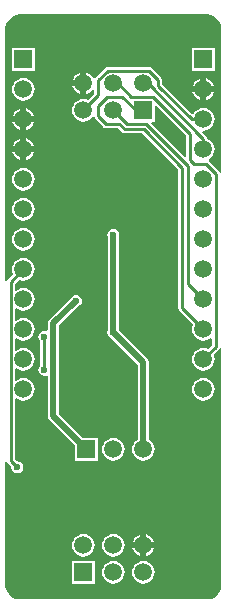
<source format=gbl>
G04 Layer_Physical_Order=2*
G04 Layer_Color=16711680*
%FSLAX44Y44*%
%MOMM*%
G71*
G01*
G75*
%ADD14C,0.5080*%
%ADD15C,0.2540*%
%ADD16R,1.5000X1.5000*%
%ADD17C,1.5000*%
%ADD18R,1.5000X1.5000*%
%ADD19C,0.6000*%
G36*
X173884Y494812D02*
X176196Y493855D01*
X178276Y492465D01*
X180045Y490696D01*
X181435Y488616D01*
X182392Y486304D01*
X182880Y483851D01*
Y482600D01*
X182880Y361198D01*
X181610Y361073D01*
X181552Y361363D01*
X180823Y362455D01*
X172597Y370681D01*
X171968Y371101D01*
X172032Y372502D01*
X172447Y372674D01*
X174438Y374202D01*
X175966Y376193D01*
X176927Y378512D01*
X177254Y381000D01*
X176927Y383488D01*
X175966Y385807D01*
X174438Y387798D01*
X172447Y389326D01*
X171000Y389926D01*
X170750Y391178D01*
X170021Y392271D01*
X166579Y395713D01*
X167141Y396852D01*
X167640Y396786D01*
X170128Y397113D01*
X172447Y398074D01*
X174438Y399602D01*
X175966Y401593D01*
X176927Y403912D01*
X177254Y406400D01*
X176927Y408888D01*
X175966Y411207D01*
X174438Y413198D01*
X172447Y414726D01*
X170128Y415687D01*
X167640Y416014D01*
X165152Y415687D01*
X162833Y414726D01*
X160842Y413198D01*
X159328Y411225D01*
X159156Y411016D01*
X157878Y410879D01*
X132965Y435792D01*
Y439398D01*
X132708Y440687D01*
X131979Y441779D01*
X123695Y450063D01*
X122603Y450792D01*
X121314Y451049D01*
X86966D01*
X85677Y450792D01*
X84585Y450063D01*
X76359Y441837D01*
X75939Y441208D01*
X74538Y441272D01*
X74366Y441687D01*
X72838Y443678D01*
X70847Y445206D01*
X68580Y446145D01*
Y436880D01*
Y427615D01*
X70847Y428554D01*
X72838Y430082D01*
X74103Y431730D01*
X75373Y431299D01*
Y428115D01*
X69969Y422710D01*
X68528Y423307D01*
X66040Y423634D01*
X63552Y423307D01*
X61233Y422346D01*
X59242Y420818D01*
X57714Y418827D01*
X56753Y416508D01*
X56426Y414020D01*
X56753Y411532D01*
X57714Y409213D01*
X59242Y407222D01*
X61233Y405694D01*
X63552Y404733D01*
X66040Y404406D01*
X68528Y404733D01*
X70847Y405694D01*
X72838Y407222D01*
X74122Y408895D01*
X74450Y408907D01*
X75344Y408675D01*
X75436Y408624D01*
X75630Y407652D01*
X76359Y406559D01*
X82709Y400209D01*
X83802Y399480D01*
X85090Y399223D01*
X95010D01*
X98596Y395637D01*
X99688Y394908D01*
X100976Y394651D01*
X115976D01*
X146493Y364134D01*
Y246380D01*
X146750Y245092D01*
X147479Y243999D01*
X158950Y232529D01*
X158353Y231088D01*
X158026Y228600D01*
X158353Y226112D01*
X159314Y223793D01*
X160842Y221802D01*
X162833Y220274D01*
X165152Y219313D01*
X167640Y218986D01*
X170128Y219313D01*
X172447Y220274D01*
X173805Y221316D01*
X175075Y220690D01*
Y215396D01*
X171569Y211890D01*
X170128Y212487D01*
X167640Y212814D01*
X165152Y212487D01*
X162833Y211526D01*
X160842Y209998D01*
X159314Y208007D01*
X158353Y205688D01*
X158026Y203200D01*
X158353Y200712D01*
X159314Y198393D01*
X160842Y196402D01*
X162833Y194874D01*
X165152Y193913D01*
X167640Y193586D01*
X170128Y193913D01*
X172447Y194874D01*
X174438Y196402D01*
X175966Y198393D01*
X176927Y200712D01*
X177254Y203200D01*
X176927Y205688D01*
X176330Y207129D01*
X180823Y211621D01*
X181552Y212714D01*
X181610Y213003D01*
X182880Y212878D01*
X182880Y12700D01*
X182880Y11449D01*
X182392Y8996D01*
X181435Y6684D01*
X180045Y4604D01*
X178276Y2835D01*
X176196Y1445D01*
X173884Y488D01*
X171431Y-0D01*
X170180Y0D01*
X12700D01*
X11449Y-0D01*
X8996Y488D01*
X6684Y1445D01*
X4604Y2835D01*
X2835Y4604D01*
X1445Y6684D01*
X488Y8996D01*
X-0Y11449D01*
X0Y12700D01*
Y116358D01*
X1270Y116483D01*
X1328Y116194D01*
X2057Y115101D01*
X5091Y112068D01*
X5029Y111760D01*
X5420Y109797D01*
X6532Y108132D01*
X8197Y107020D01*
X10160Y106629D01*
X12123Y107020D01*
X13788Y108132D01*
X14900Y109797D01*
X15291Y111760D01*
X14900Y113723D01*
X13788Y115388D01*
X12123Y116500D01*
X10160Y116891D01*
X9852Y116829D01*
X7805Y118876D01*
Y169890D01*
X9075Y170516D01*
X10433Y169474D01*
X12752Y168513D01*
X15240Y168186D01*
X17728Y168513D01*
X20047Y169474D01*
X22038Y171002D01*
X23566Y172993D01*
X24527Y175312D01*
X24854Y177800D01*
X24527Y180288D01*
X23566Y182607D01*
X22038Y184598D01*
X20047Y186126D01*
X17728Y187087D01*
X15240Y187414D01*
X12752Y187087D01*
X10433Y186126D01*
X9075Y185084D01*
X7805Y185710D01*
Y195290D01*
X9075Y195916D01*
X10433Y194874D01*
X12752Y193913D01*
X15240Y193586D01*
X17728Y193913D01*
X20047Y194874D01*
X22038Y196402D01*
X23566Y198393D01*
X24527Y200712D01*
X24854Y203200D01*
X24527Y205688D01*
X23566Y208007D01*
X22038Y209998D01*
X20047Y211526D01*
X17728Y212487D01*
X15240Y212814D01*
X12752Y212487D01*
X10433Y211526D01*
X9075Y210484D01*
X7805Y211110D01*
Y220690D01*
X9075Y221316D01*
X10433Y220274D01*
X12752Y219313D01*
X15240Y218986D01*
X17728Y219313D01*
X20047Y220274D01*
X22038Y221802D01*
X23566Y223793D01*
X24527Y226112D01*
X24854Y228600D01*
X24527Y231088D01*
X23566Y233407D01*
X22038Y235398D01*
X20047Y236926D01*
X17728Y237887D01*
X15240Y238214D01*
X12752Y237887D01*
X10433Y236926D01*
X9075Y235884D01*
X7805Y236510D01*
Y246090D01*
X9075Y246716D01*
X10433Y245674D01*
X12752Y244713D01*
X15240Y244386D01*
X17728Y244713D01*
X20047Y245674D01*
X22038Y247202D01*
X23566Y249193D01*
X24527Y251512D01*
X24854Y254000D01*
X24527Y256488D01*
X23566Y258807D01*
X22038Y260798D01*
X20047Y262326D01*
X17728Y263287D01*
X15240Y263614D01*
X12752Y263287D01*
X10433Y262326D01*
X9075Y261284D01*
X7805Y261910D01*
Y267204D01*
X11311Y270710D01*
X12752Y270113D01*
X15240Y269786D01*
X17728Y270113D01*
X20047Y271074D01*
X22038Y272602D01*
X23566Y274593D01*
X24527Y276912D01*
X24854Y279400D01*
X24527Y281888D01*
X23566Y284207D01*
X22038Y286198D01*
X20047Y287726D01*
X17728Y288687D01*
X15240Y289014D01*
X12752Y288687D01*
X10433Y287726D01*
X8442Y286198D01*
X6914Y284207D01*
X5953Y281888D01*
X5626Y279400D01*
X5953Y276912D01*
X6550Y275471D01*
X2057Y270979D01*
X1328Y269886D01*
X1270Y269597D01*
X0Y269722D01*
Y482600D01*
Y483851D01*
X488Y486304D01*
X1445Y488616D01*
X2835Y490696D01*
X4604Y492465D01*
X6684Y493855D01*
X8996Y494812D01*
X11449Y495300D01*
X171431D01*
X173884Y494812D01*
D02*
G37*
G36*
X152843Y392925D02*
Y375432D01*
X151670Y374945D01*
X123301Y403315D01*
X123787Y404488D01*
X126372D01*
Y417737D01*
X127545Y418223D01*
X152843Y392925D01*
D02*
G37*
%LPC*%
G36*
X167640Y187414D02*
X165152Y187087D01*
X162833Y186126D01*
X160842Y184598D01*
X159314Y182607D01*
X158353Y180288D01*
X158026Y177800D01*
X158353Y175312D01*
X159314Y172993D01*
X160842Y171002D01*
X162833Y169474D01*
X165152Y168513D01*
X167640Y168186D01*
X170128Y168513D01*
X172447Y169474D01*
X174438Y171002D01*
X175966Y172993D01*
X176927Y175312D01*
X177254Y177800D01*
X176927Y180288D01*
X175966Y182607D01*
X174438Y184598D01*
X172447Y186126D01*
X170128Y187087D01*
X167640Y187414D01*
D02*
G37*
G36*
X91440Y313741D02*
X89477Y313350D01*
X87812Y312238D01*
X86700Y310573D01*
X86309Y308610D01*
X86700Y306647D01*
X86778Y306529D01*
Y228141D01*
X86700Y228023D01*
X86309Y226060D01*
X86700Y224097D01*
X87812Y222432D01*
X89477Y221320D01*
X89615Y221292D01*
X112178Y198729D01*
Y135386D01*
X112033Y135326D01*
X110042Y133798D01*
X108514Y131807D01*
X107553Y129488D01*
X107226Y127000D01*
X107553Y124512D01*
X108514Y122193D01*
X110042Y120202D01*
X112033Y118674D01*
X114352Y117713D01*
X116840Y117386D01*
X119328Y117713D01*
X121647Y118674D01*
X123638Y120202D01*
X125166Y122193D01*
X126127Y124512D01*
X126454Y127000D01*
X126127Y129488D01*
X125166Y131807D01*
X123638Y133798D01*
X121647Y135326D01*
X121502Y135386D01*
Y200660D01*
X121147Y202444D01*
X120136Y203956D01*
X96208Y227885D01*
X96180Y228023D01*
X96102Y228141D01*
Y306529D01*
X96180Y306647D01*
X96571Y308610D01*
X96180Y310573D01*
X95068Y312238D01*
X93403Y313350D01*
X91440Y313741D01*
D02*
G37*
G36*
Y136614D02*
X88952Y136287D01*
X86633Y135326D01*
X84642Y133798D01*
X83114Y131807D01*
X82153Y129488D01*
X81826Y127000D01*
X82153Y124512D01*
X83114Y122193D01*
X84642Y120202D01*
X86633Y118674D01*
X88952Y117713D01*
X91440Y117386D01*
X93928Y117713D01*
X96247Y118674D01*
X98238Y120202D01*
X99766Y122193D01*
X100727Y124512D01*
X101054Y127000D01*
X100727Y129488D01*
X99766Y131807D01*
X98238Y133798D01*
X96247Y135326D01*
X93928Y136287D01*
X91440Y136614D01*
D02*
G37*
G36*
X59690Y257861D02*
X57727Y257470D01*
X56062Y256358D01*
X54950Y254693D01*
X54922Y254555D01*
X37344Y236976D01*
X36333Y235464D01*
X35978Y233680D01*
Y227736D01*
X34708Y227045D01*
X33020Y227381D01*
X31057Y226990D01*
X29392Y225878D01*
X28280Y224213D01*
X27889Y222250D01*
X28280Y220287D01*
X29392Y218622D01*
X29653Y218448D01*
Y198112D01*
X29392Y197938D01*
X28280Y196273D01*
X27889Y194310D01*
X28280Y192347D01*
X29392Y190682D01*
X31057Y189570D01*
X33020Y189179D01*
X34708Y189515D01*
X35978Y188824D01*
Y154940D01*
X36333Y153156D01*
X37344Y151644D01*
X59048Y129939D01*
Y117468D01*
X78112D01*
Y136532D01*
X65641D01*
X45302Y156871D01*
Y203659D01*
X45380Y203777D01*
X45771Y205740D01*
X45380Y207703D01*
X45302Y207821D01*
Y231749D01*
X61515Y247962D01*
X61653Y247990D01*
X63318Y249102D01*
X64430Y250767D01*
X64821Y252730D01*
X64430Y254693D01*
X63318Y256358D01*
X61653Y257470D01*
X59690Y257861D01*
D02*
G37*
G36*
X15240Y339814D02*
X12752Y339487D01*
X10433Y338526D01*
X8442Y336998D01*
X6914Y335007D01*
X5953Y332688D01*
X5626Y330200D01*
X5953Y327712D01*
X6914Y325393D01*
X8442Y323402D01*
X10433Y321874D01*
X12752Y320913D01*
X15240Y320586D01*
X17728Y320913D01*
X20047Y321874D01*
X22038Y323402D01*
X23566Y325393D01*
X24527Y327712D01*
X24854Y330200D01*
X24527Y332688D01*
X23566Y335007D01*
X22038Y336998D01*
X20047Y338526D01*
X17728Y339487D01*
X15240Y339814D01*
D02*
G37*
G36*
Y314414D02*
X12752Y314087D01*
X10433Y313126D01*
X8442Y311598D01*
X6914Y309607D01*
X5953Y307288D01*
X5626Y304800D01*
X5953Y302312D01*
X6914Y299993D01*
X8442Y298002D01*
X10433Y296474D01*
X12752Y295513D01*
X15240Y295186D01*
X17728Y295513D01*
X20047Y296474D01*
X22038Y298002D01*
X23566Y299993D01*
X24527Y302312D01*
X24854Y304800D01*
X24527Y307288D01*
X23566Y309607D01*
X22038Y311598D01*
X20047Y313126D01*
X17728Y314087D01*
X15240Y314414D01*
D02*
G37*
G36*
Y365214D02*
X12752Y364887D01*
X10433Y363926D01*
X8442Y362398D01*
X6914Y360407D01*
X5953Y358088D01*
X5626Y355600D01*
X5953Y353112D01*
X6914Y350793D01*
X8442Y348802D01*
X10433Y347274D01*
X12752Y346313D01*
X15240Y345986D01*
X17728Y346313D01*
X20047Y347274D01*
X22038Y348802D01*
X23566Y350793D01*
X24527Y353112D01*
X24854Y355600D01*
X24527Y358088D01*
X23566Y360407D01*
X22038Y362398D01*
X20047Y363926D01*
X17728Y364887D01*
X15240Y365214D01*
D02*
G37*
G36*
X75572Y32392D02*
X56508D01*
Y13328D01*
X75572D01*
Y32392D01*
D02*
G37*
G36*
X66040Y55334D02*
X63552Y55007D01*
X61233Y54046D01*
X59242Y52518D01*
X57714Y50527D01*
X56753Y48208D01*
X56426Y45720D01*
X56753Y43232D01*
X57714Y40913D01*
X59242Y38922D01*
X61233Y37394D01*
X63552Y36433D01*
X66040Y36106D01*
X68528Y36433D01*
X70847Y37394D01*
X72838Y38922D01*
X74366Y40913D01*
X75327Y43232D01*
X75654Y45720D01*
X75327Y48208D01*
X74366Y50527D01*
X72838Y52518D01*
X70847Y54046D01*
X68528Y55007D01*
X66040Y55334D01*
D02*
G37*
G36*
X91440Y32474D02*
X88952Y32147D01*
X86633Y31186D01*
X84642Y29658D01*
X83114Y27667D01*
X82153Y25348D01*
X81826Y22860D01*
X82153Y20372D01*
X83114Y18053D01*
X84642Y16062D01*
X86633Y14534D01*
X88952Y13573D01*
X91440Y13246D01*
X93928Y13573D01*
X96247Y14534D01*
X98238Y16062D01*
X99766Y18053D01*
X100727Y20372D01*
X101054Y22860D01*
X100727Y25348D01*
X99766Y27667D01*
X98238Y29658D01*
X96247Y31186D01*
X93928Y32147D01*
X91440Y32474D01*
D02*
G37*
G36*
X116840D02*
X114352Y32147D01*
X112033Y31186D01*
X110042Y29658D01*
X108514Y27667D01*
X107553Y25348D01*
X107226Y22860D01*
X107553Y20372D01*
X108514Y18053D01*
X110042Y16062D01*
X112033Y14534D01*
X114352Y13573D01*
X116840Y13246D01*
X119328Y13573D01*
X121647Y14534D01*
X123638Y16062D01*
X125166Y18053D01*
X126127Y20372D01*
X126454Y22860D01*
X126127Y25348D01*
X125166Y27667D01*
X123638Y29658D01*
X121647Y31186D01*
X119328Y32147D01*
X116840Y32474D01*
D02*
G37*
G36*
X91440Y55334D02*
X88952Y55007D01*
X86633Y54046D01*
X84642Y52518D01*
X83114Y50527D01*
X82153Y48208D01*
X81826Y45720D01*
X82153Y43232D01*
X83114Y40913D01*
X84642Y38922D01*
X86633Y37394D01*
X88952Y36433D01*
X91440Y36106D01*
X93928Y36433D01*
X96247Y37394D01*
X98238Y38922D01*
X99766Y40913D01*
X100727Y43232D01*
X101054Y45720D01*
X100727Y48208D01*
X99766Y50527D01*
X98238Y52518D01*
X96247Y54046D01*
X93928Y55007D01*
X91440Y55334D01*
D02*
G37*
G36*
X114300Y54985D02*
X112033Y54046D01*
X110042Y52518D01*
X108514Y50527D01*
X107575Y48260D01*
X114300D01*
Y54985D01*
D02*
G37*
G36*
X119380D02*
Y48260D01*
X126105D01*
X125166Y50527D01*
X123638Y52518D01*
X121647Y54046D01*
X119380Y54985D01*
D02*
G37*
G36*
X114300Y43180D02*
X107575D01*
X108514Y40913D01*
X110042Y38922D01*
X112033Y37394D01*
X114300Y36455D01*
Y43180D01*
D02*
G37*
G36*
X126105D02*
X119380D01*
Y36455D01*
X121647Y37394D01*
X123638Y38922D01*
X125166Y40913D01*
X126105Y43180D01*
D02*
G37*
G36*
X12700Y378460D02*
X5975D01*
X6914Y376193D01*
X8442Y374202D01*
X10433Y372674D01*
X12700Y371735D01*
Y378460D01*
D02*
G37*
G36*
X63500Y434340D02*
X56775D01*
X57714Y432073D01*
X59242Y430082D01*
X61233Y428554D01*
X63500Y427615D01*
Y434340D01*
D02*
G37*
G36*
X165100Y441065D02*
X162833Y440126D01*
X160842Y438598D01*
X159314Y436607D01*
X158375Y434340D01*
X165100D01*
Y441065D01*
D02*
G37*
G36*
Y429260D02*
X158375D01*
X159314Y426993D01*
X160842Y425002D01*
X162833Y423474D01*
X165100Y422535D01*
Y429260D01*
D02*
G37*
G36*
X176905D02*
X170180D01*
Y422535D01*
X172447Y423474D01*
X174438Y425002D01*
X175966Y426993D01*
X176905Y429260D01*
D02*
G37*
G36*
X24772Y466732D02*
X5708D01*
Y447668D01*
X24772D01*
Y466732D01*
D02*
G37*
G36*
X177172D02*
X158108D01*
Y447668D01*
X177172D01*
Y466732D01*
D02*
G37*
G36*
X170180Y441065D02*
Y434340D01*
X176905D01*
X175966Y436607D01*
X174438Y438598D01*
X172447Y440126D01*
X170180Y441065D01*
D02*
G37*
G36*
X63500Y446145D02*
X61233Y445206D01*
X59242Y443678D01*
X57714Y441687D01*
X56775Y439420D01*
X63500D01*
Y446145D01*
D02*
G37*
G36*
X17780Y390265D02*
Y383540D01*
X24505D01*
X23566Y385807D01*
X22038Y387798D01*
X20047Y389326D01*
X17780Y390265D01*
D02*
G37*
G36*
X24505Y403860D02*
X17780D01*
Y397135D01*
X20047Y398074D01*
X22038Y399602D01*
X23566Y401593D01*
X24505Y403860D01*
D02*
G37*
G36*
Y378460D02*
X17780D01*
Y371735D01*
X20047Y372674D01*
X22038Y374202D01*
X23566Y376193D01*
X24505Y378460D01*
D02*
G37*
G36*
X12700Y390265D02*
X10433Y389326D01*
X8442Y387798D01*
X6914Y385807D01*
X5975Y383540D01*
X12700D01*
Y390265D01*
D02*
G37*
G36*
X17780Y415665D02*
Y408940D01*
X24505D01*
X23566Y411207D01*
X22038Y413198D01*
X20047Y414726D01*
X17780Y415665D01*
D02*
G37*
G36*
X15240Y441414D02*
X12752Y441087D01*
X10433Y440126D01*
X8442Y438598D01*
X6914Y436607D01*
X5953Y434288D01*
X5626Y431800D01*
X5953Y429312D01*
X6914Y426993D01*
X8442Y425002D01*
X10433Y423474D01*
X12752Y422513D01*
X15240Y422186D01*
X17728Y422513D01*
X20047Y423474D01*
X22038Y425002D01*
X23566Y426993D01*
X24527Y429312D01*
X24854Y431800D01*
X24527Y434288D01*
X23566Y436607D01*
X22038Y438598D01*
X20047Y440126D01*
X17728Y441087D01*
X15240Y441414D01*
D02*
G37*
G36*
X12700Y403860D02*
X5975D01*
X6914Y401593D01*
X8442Y399602D01*
X10433Y398074D01*
X12700Y397135D01*
Y403860D01*
D02*
G37*
G36*
Y415665D02*
X10433Y414726D01*
X8442Y413198D01*
X6914Y411207D01*
X5975Y408940D01*
X12700D01*
Y415665D01*
D02*
G37*
%LPD*%
D14*
X91440Y226060D02*
Y308610D01*
X40640Y205740D02*
Y233680D01*
X59690Y252730D01*
X40640Y154940D02*
X68580Y127000D01*
X40640Y154940D02*
Y205740D01*
X116840Y127000D02*
Y200660D01*
X91440Y226060D02*
X116840Y200660D01*
D15*
X154940Y266700D02*
X167640Y254000D01*
X149860Y246380D02*
X167640Y228600D01*
X149860Y246380D02*
Y365528D01*
X78740Y408940D02*
Y417830D01*
X86360Y425450D01*
X167640Y203200D02*
X178442Y214002D01*
Y360074D01*
X170216Y368300D02*
X178442Y360074D01*
X160020Y368300D02*
X170216D01*
X91440Y436880D02*
X95250D01*
X106680Y425450D01*
X86360D02*
X99060D01*
X110490Y414020D01*
X116840D01*
X106680Y425450D02*
X125080D01*
X154940Y266700D02*
Y366914D01*
X119264Y402590D02*
X154940Y366914D01*
X102870Y402590D02*
X119264D01*
X91440Y414020D02*
X102870Y402590D01*
X117371Y398018D02*
X149860Y365528D01*
X100976Y398018D02*
X117371D01*
X78740Y408940D02*
X85090Y402590D01*
X96404D01*
X100976Y398018D01*
X116840Y436880D02*
X120650D01*
X157596Y406400D02*
X167640D01*
X129598Y434398D02*
X157596Y406400D01*
X129598Y434398D02*
Y439398D01*
X121314Y447682D02*
X129598Y439398D01*
X66040Y414020D02*
X78740Y426720D01*
X86966Y447682D02*
X121314D01*
X78740Y426720D02*
Y439456D01*
X86966Y447682D01*
X167640Y381000D02*
Y389890D01*
X120650Y436880D02*
X167640Y389890D01*
X156210Y372110D02*
X160020Y368300D01*
X156210Y372110D02*
Y394320D01*
X125080Y425450D02*
X156210Y394320D01*
X4438Y268598D02*
X15240Y279400D01*
X4438Y117482D02*
Y268598D01*
Y117482D02*
X10160Y111760D01*
X33020Y194310D02*
Y222250D01*
D16*
X66040Y22860D02*
D03*
X116840Y414020D02*
D03*
X68580Y127000D02*
D03*
D17*
X66040Y45720D02*
D03*
X91440Y22860D02*
D03*
Y45720D02*
D03*
X116840Y22860D02*
D03*
Y45720D02*
D03*
X15240Y203200D02*
D03*
Y228600D02*
D03*
Y254000D02*
D03*
Y279400D02*
D03*
Y304800D02*
D03*
Y330200D02*
D03*
Y355600D02*
D03*
Y381000D02*
D03*
Y431800D02*
D03*
Y406400D02*
D03*
Y177800D02*
D03*
X116840Y436880D02*
D03*
X91440Y414020D02*
D03*
Y436880D02*
D03*
X66040Y414020D02*
D03*
Y436880D02*
D03*
X167640Y203200D02*
D03*
Y228600D02*
D03*
Y254000D02*
D03*
Y279400D02*
D03*
Y304800D02*
D03*
Y330200D02*
D03*
Y355600D02*
D03*
Y381000D02*
D03*
Y431800D02*
D03*
Y406400D02*
D03*
Y177800D02*
D03*
X91440Y127000D02*
D03*
X116840D02*
D03*
D18*
X15240Y457200D02*
D03*
X167640D02*
D03*
D19*
X139700Y46990D02*
D03*
X43180D02*
D03*
X133350Y407670D02*
D03*
X91440Y308610D02*
D03*
Y226060D02*
D03*
X40640Y205740D02*
D03*
X59690Y252730D02*
D03*
X10160Y111760D02*
D03*
X33020Y222250D02*
D03*
X148590D02*
D03*
X135890Y245110D02*
D03*
X57150Y262890D02*
D03*
X123190Y261620D02*
D03*
X101600Y167640D02*
D03*
X57150Y220980D02*
D03*
X27940Y231140D02*
D03*
Y243840D02*
D03*
X132080Y167640D02*
D03*
X118110Y214630D02*
D03*
X114300Y298450D02*
D03*
X59690Y290830D02*
D03*
X33020Y194310D02*
D03*
X139700Y5080D02*
D03*
M02*

</source>
